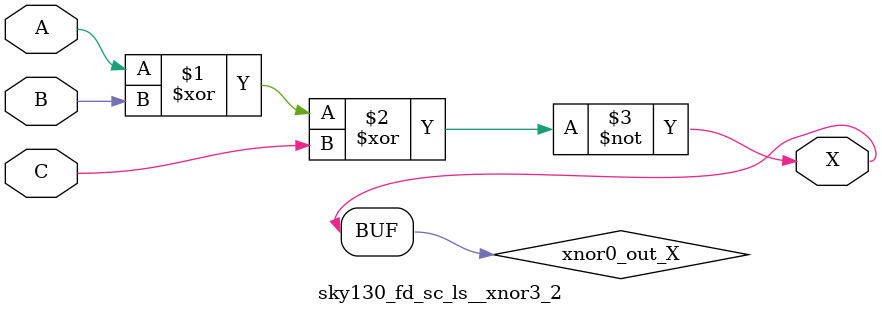
<source format=v>
/*
 * Copyright 2020 The SkyWater PDK Authors
 *
 * Licensed under the Apache License, Version 2.0 (the "License");
 * you may not use this file except in compliance with the License.
 * You may obtain a copy of the License at
 *
 *     https://www.apache.org/licenses/LICENSE-2.0
 *
 * Unless required by applicable law or agreed to in writing, software
 * distributed under the License is distributed on an "AS IS" BASIS,
 * WITHOUT WARRANTIES OR CONDITIONS OF ANY KIND, either express or implied.
 * See the License for the specific language governing permissions and
 * limitations under the License.
 *
 * SPDX-License-Identifier: Apache-2.0
*/


`ifndef SKY130_FD_SC_LS__XNOR3_2_FUNCTIONAL_V
`define SKY130_FD_SC_LS__XNOR3_2_FUNCTIONAL_V

/**
 * xnor3: 3-input exclusive NOR.
 *
 * Verilog simulation functional model.
 */

`timescale 1ns / 1ps
`default_nettype none

`celldefine
module sky130_fd_sc_ls__xnor3_2 (
    X,
    A,
    B,
    C
);

    // Module ports
    output X;
    input  A;
    input  B;
    input  C;

    // Local signals
    wire xnor0_out_X;

    //   Name   Output       Other arguments
    xnor xnor0 (xnor0_out_X, A, B, C        );
    buf  buf0  (X          , xnor0_out_X    );

endmodule
`endcelldefine

`default_nettype wire
`endif  // SKY130_FD_SC_LS__XNOR3_2_FUNCTIONAL_V

</source>
